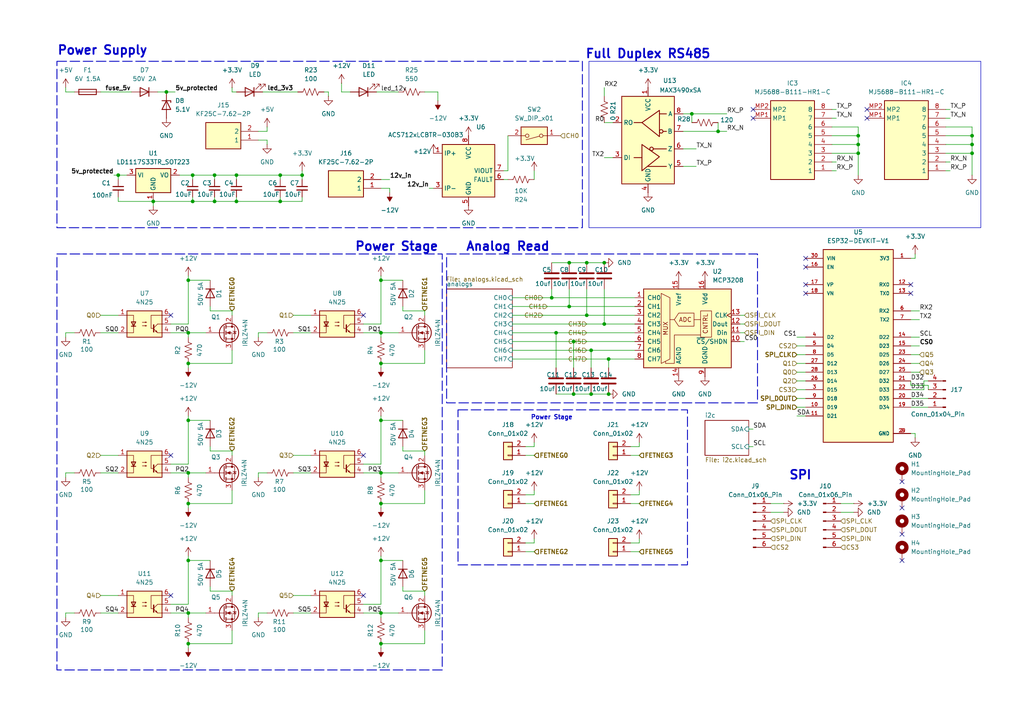
<source format=kicad_sch>
(kicad_sch (version 20231120) (generator "eeschema") (generator_version "8.0")
  (paper "A4")
  (title_block (title "BioReactify Master") (rev "400") (comment 1 "Controller & Measurement Board") (comment 2 "Alexis Saldivar"))
  (junction (at 81.28 50.8))
  (junction (at 81.28 58.42))
  (junction (at 160.02 86.36))
  (junction (at 165.1 88.9))
  (junction (at 87.63 50.8))
  (junction (at 54.61 146.05))
  (junction (at 110.49 96.52))
  (junction (at 248.92 39.37))
  (junction (at 54.61 162.56))
  (junction (at 54.61 105.41))
  (junction (at 176.53 114.3))
  (junction (at 281.94 39.37))
  (junction (at 170.18 76.2))
  (junction (at 44.45 58.42))
  (junction (at 62.23 58.42))
  (junction (at 166.37 114.3))
  (junction (at 281.94 44.45))
  (junction (at 55.88 58.42))
  (junction (at 208.28 38.1))
  (junction (at 34.29 50.8))
  (junction (at 48.26 26.67))
  (junction (at 170.18 91.44))
  (junction (at 110.49 186.69))
  (junction (at 54.61 177.8))
  (junction (at 110.49 146.05))
  (junction (at 200.66 33.02))
  (junction (at 54.61 81.28))
  (junction (at 55.88 50.8))
  (junction (at 165.1 76.2))
  (junction (at 248.92 41.91))
  (junction (at 110.49 81.28))
  (junction (at 54.61 137.16))
  (junction (at 248.92 44.45))
  (junction (at 54.61 186.69))
  (junction (at 110.49 137.16))
  (junction (at 176.53 104.14))
  (junction (at 171.45 101.6))
  (junction (at 62.23 50.8))
  (junction (at 68.58 58.42))
  (junction (at 175.26 93.98))
  (junction (at 110.49 177.8))
  (junction (at 54.61 121.92))
  (junction (at 110.49 105.41))
  (junction (at 161.29 96.52))
  (junction (at 110.49 121.92))
  (junction (at 54.61 96.52))
  (junction (at 171.45 114.3))
  (junction (at 166.37 99.06))
  (junction (at 175.26 76.2))
  (junction (at 281.94 41.91))
  (junction (at 110.49 162.56))
  (junction (at 68.58 50.8))
  (no_connect (at 251.46 31.75))
  (no_connect (at 261.62 147.32))
  (no_connect (at 233.68 74.93))
  (no_connect (at 105.41 91.44))
  (no_connect (at 261.62 139.7))
  (no_connect (at 251.46 34.29))
  (no_connect (at 105.41 132.08))
  (no_connect (at 261.62 162.56))
  (no_connect (at 105.41 172.72))
  (no_connect (at 218.44 31.75))
  (no_connect (at 218.44 34.29))
  (no_connect (at 261.62 154.94))
  (no_connect (at 264.16 85.09))
  (no_connect (at 233.68 82.55))
  (no_connect (at 233.68 85.09))
  (no_connect (at 49.53 172.72))
  (no_connect (at 49.53 132.08))
  (no_connect (at 264.16 82.55))
  (no_connect (at 233.68 77.47))
  (no_connect (at 49.53 91.44))
  (wire (pts (xy 54.61 96.52) (xy 54.61 97.79)))
  (wire (pts (xy 148.59 86.36) (xy 160.02 86.36)))
  (wire (pts (xy 105.41 177.8) (xy 110.49 177.8)))
  (wire (pts (xy 152.4 132.08) (xy 154.94 132.08)))
  (wire (pts (xy 54.61 177.8) (xy 59.69 177.8)))
  (wire (pts (xy 248.92 41.91) (xy 248.92 44.45)))
  (wire (pts (xy 116.84 130.81) (xy 123.19 130.81)))
  (wire (pts (xy 264.16 118.11) (xy 269.24 118.11)))
  (wire (pts (xy 81.28 50.8) (xy 81.28 52.07)))
  (wire (pts (xy 29.21 172.72) (xy 34.29 172.72)))
  (wire (pts (xy 146.05 52.07) (xy 147.32 52.07)))
  (wire (pts (xy 241.3 34.29) (xy 242.57 34.29)))
  (wire (pts (xy 123.19 105.41) (xy 110.49 105.41)))
  (wire (pts (xy 116.84 81.28) (xy 110.49 81.28)))
  (wire (pts (xy 110.49 96.52) (xy 115.57 96.52)))
  (wire (pts (xy 231.14 110.49) (xy 233.68 110.49)))
  (wire (pts (xy 95.25 26.67) (xy 95.25 27.94)))
  (wire (pts (xy 165.1 88.9) (xy 184.15 88.9)))
  (wire (pts (xy 241.3 39.37) (xy 248.92 39.37)))
  (wire (pts (xy 248.92 36.83) (xy 248.92 39.37)))
  (wire (pts (xy 185.42 156.21) (xy 185.42 157.48)))
  (wire (pts (xy 110.49 162.56) (xy 110.49 175.26)))
  (wire (pts (xy 274.32 49.53) (xy 275.59 49.53)))
  (wire (pts (xy 54.61 93.98) (xy 49.53 93.98)))
  (wire (pts (xy 123.19 90.17) (xy 123.19 91.44)))
  (wire (pts (xy 274.32 44.45) (xy 281.94 44.45)))
  (wire (pts (xy 54.61 137.16) (xy 59.69 137.16)))
  (wire (pts (xy 148.59 93.98) (xy 175.26 93.98)))
  (wire (pts (xy 110.49 54.61) (xy 113.03 54.61)))
  (wire (pts (xy 29.21 26.67) (xy 38.1 26.67)))
  (wire (pts (xy 33.02 50.8) (xy 34.29 50.8)))
  (wire (pts (xy 161.29 96.52) (xy 161.29 106.68)))
  (wire (pts (xy 264.16 97.79) (xy 266.7 97.79)))
  (wire (pts (xy 264.16 100.33) (xy 266.7 100.33)))
  (wire (pts (xy 85.09 177.8) (xy 90.17 177.8)))
  (wire (pts (xy 214.63 91.44) (xy 215.9 91.44)))
  (wire (pts (xy 274.32 34.29) (xy 275.59 34.29)))
  (wire (pts (xy 21.59 26.67) (xy 19.05 26.67)))
  (wire (pts (xy 109.22 26.67) (xy 115.57 26.67)))
  (wire (pts (xy 274.32 31.75) (xy 275.59 31.75)))
  (wire (pts (xy 113.03 54.61) (xy 113.03 55.88)))
  (wire (pts (xy 116.84 88.9) (xy 116.84 90.17)))
  (wire (pts (xy 200.66 33.02) (xy 200.66 35.56)))
  (wire (pts (xy 19.05 25.4) (xy 19.05 26.67)))
  (wire (pts (xy 48.26 26.67) (xy 50.8 26.67)))
  (wire (pts (xy 248.92 44.45) (xy 248.92 50.8)))
  (wire (pts (xy 67.31 130.81) (xy 67.31 132.08)))
  (wire (pts (xy 85.09 132.08) (xy 90.17 132.08)))
  (wire (pts (xy 60.96 81.28) (xy 54.61 81.28)))
  (wire (pts (xy 21.59 137.16) (xy 19.05 137.16)))
  (wire (pts (xy 264.16 111.76) (xy 269.24 111.76)))
  (wire (pts (xy 123.19 26.67) (xy 127 26.67)))
  (wire (pts (xy 264.16 125.73) (xy 265.43 125.73)))
  (wire (pts (xy 160.02 83.82) (xy 160.02 86.36)))
  (wire (pts (xy 243.84 148.59) (xy 247.65 148.59)))
  (wire (pts (xy 19.05 137.16) (xy 19.05 138.43)))
  (wire (pts (xy 29.21 132.08) (xy 34.29 132.08)))
  (wire (pts (xy 127 26.67) (xy 127 29.21)))
  (wire (pts (xy 85.09 96.52) (xy 90.17 96.52)))
  (wire (pts (xy 198.12 33.02) (xy 200.66 33.02)))
  (wire (pts (xy 264.16 110.49) (xy 264.16 111.76)))
  (wire (pts (xy 21.59 96.52) (xy 19.05 96.52)))
  (wire (pts (xy 281.94 41.91) (xy 281.94 44.45)))
  (wire (pts (xy 67.31 186.69) (xy 54.61 186.69)))
  (wire (pts (xy 116.84 162.56) (xy 110.49 162.56)))
  (wire (pts (xy 160.02 76.2) (xy 165.1 76.2)))
  (wire (pts (xy 264.16 92.71) (xy 266.7 92.71)))
  (wire (pts (xy 123.19 171.45) (xy 123.19 172.72)))
  (wire (pts (xy 171.45 101.6) (xy 184.15 101.6)))
  (wire (pts (xy 67.31 25.4) (xy 67.31 26.67)))
  (wire (pts (xy 223.52 146.05) (xy 227.33 146.05)))
  (wire (pts (xy 49.53 137.16) (xy 54.61 137.16)))
  (wire (pts (xy 175.26 83.82) (xy 175.26 93.98)))
  (wire (pts (xy 274.32 39.37) (xy 281.94 39.37)))
  (wire (pts (xy 68.58 58.42) (xy 81.28 58.42)))
  (wire (pts (xy 182.88 143.51) (xy 185.42 143.51)))
  (wire (pts (xy 217.17 124.46) (xy 218.44 124.46)))
  (wire (pts (xy 198.12 38.1) (xy 208.28 38.1)))
  (wire (pts (xy 269.24 111.76) (xy 269.24 113.03)))
  (wire (pts (xy 99.06 26.67) (xy 101.6 26.67)))
  (wire (pts (xy 231.14 102.87) (xy 233.68 102.87)))
  (wire (pts (xy 60.96 170.18) (xy 60.96 171.45)))
  (wire (pts (xy 124.46 54.61) (xy 125.73 54.61)))
  (wire (pts (xy 68.58 50.8) (xy 68.58 52.07)))
  (wire (pts (xy 231.14 100.33) (xy 233.68 100.33)))
  (wire (pts (xy 49.53 96.52) (xy 54.61 96.52)))
  (wire (pts (xy 29.21 177.8) (xy 34.29 177.8)))
  (wire (pts (xy 148.59 101.6) (xy 171.45 101.6)))
  (wire (pts (xy 110.49 177.8) (xy 110.49 179.07)))
  (wire (pts (xy 54.61 162.56) (xy 54.61 161.29)))
  (wire (pts (xy 264.16 113.03) (xy 267.97 113.03)))
  (wire (pts (xy 248.92 39.37) (xy 248.92 41.91)))
  (wire (pts (xy 77.47 137.16) (xy 74.93 137.16)))
  (wire (pts (xy 198.12 43.18) (xy 201.93 43.18)))
  (wire (pts (xy 146.05 49.53) (xy 147.32 49.53)))
  (wire (pts (xy 45.72 26.67) (xy 48.26 26.67)))
  (wire (pts (xy 243.84 146.05) (xy 247.65 146.05)))
  (wire (pts (xy 110.49 137.16) (xy 115.57 137.16)))
  (wire (pts (xy 74.93 137.16) (xy 74.93 138.43)))
  (wire (pts (xy 54.61 96.52) (xy 59.69 96.52)))
  (wire (pts (xy 54.61 177.8) (xy 54.61 179.07)))
  (wire (pts (xy 87.63 49.53) (xy 87.63 50.8)))
  (wire (pts (xy 116.84 170.18) (xy 116.84 171.45)))
  (wire (pts (xy 34.29 58.42) (xy 44.45 58.42)))
  (wire (pts (xy 267.97 110.49) (xy 269.24 110.49)))
  (wire (pts (xy 67.31 142.24) (xy 67.31 146.05)))
  (wire (pts (xy 171.45 101.6) (xy 171.45 106.68)))
  (wire (pts (xy 54.61 121.92) (xy 54.61 134.62)))
  (wire (pts (xy 85.09 137.16) (xy 90.17 137.16)))
  (wire (pts (xy 160.02 86.36) (xy 184.15 86.36)))
  (wire (pts (xy 231.14 107.95) (xy 233.68 107.95)))
  (wire (pts (xy 152.4 146.05) (xy 154.94 146.05)))
  (wire (pts (xy 185.42 142.24) (xy 185.42 143.51)))
  (wire (pts (xy 182.88 146.05) (xy 185.42 146.05)))
  (wire (pts (xy 241.3 41.91) (xy 248.92 41.91)))
  (wire (pts (xy 223.52 148.59) (xy 227.33 148.59)))
  (wire (pts (xy 175.26 93.98) (xy 184.15 93.98)))
  (wire (pts (xy 62.23 58.42) (xy 68.58 58.42)))
  (wire (pts (xy 93.98 26.67) (xy 95.25 26.67)))
  (wire (pts (xy 60.96 90.17) (xy 67.31 90.17)))
  (wire (pts (xy 110.49 177.8) (xy 115.57 177.8)))
  (wire (pts (xy 62.23 50.8) (xy 62.23 52.07)))
  (wire (pts (xy 264.16 74.93) (xy 265.43 74.93)))
  (wire (pts (xy 123.19 182.88) (xy 123.19 186.69)))
  (wire (pts (xy 175.26 45.72) (xy 177.8 45.72)))
  (wire (pts (xy 264.16 115.57) (xy 269.24 115.57)))
  (wire (pts (xy 231.14 120.65) (xy 233.68 120.65)))
  (wire (pts (xy 68.58 50.8) (xy 81.28 50.8)))
  (wire (pts (xy 55.88 58.42) (xy 44.45 58.42)))
  (wire (pts (xy 54.61 105.41) (xy 54.61 106.68)))
  (wire (pts (xy 54.61 175.26) (xy 49.53 175.26)))
  (wire (pts (xy 55.88 50.8) (xy 62.23 50.8)))
  (wire (pts (xy 74.93 38.1) (xy 77.47 38.1)))
  (wire (pts (xy 182.88 157.48) (xy 185.42 157.48)))
  (wire (pts (xy 123.19 101.6) (xy 123.19 105.41)))
  (wire (pts (xy 116.84 171.45) (xy 123.19 171.45)))
  (wire (pts (xy 60.96 88.9) (xy 60.96 90.17)))
  (wire (pts (xy 110.49 186.69) (xy 110.49 187.96)))
  (wire (pts (xy 77.47 177.8) (xy 74.93 177.8)))
  (wire (pts (xy 185.42 128.27) (xy 185.42 129.54)))
  (wire (pts (xy 67.31 90.17) (xy 67.31 91.44)))
  (wire (pts (xy 68.58 26.67) (xy 67.31 26.67)))
  (wire (pts (xy 241.3 36.83) (xy 248.92 36.83)))
  (wire (pts (xy 60.96 129.54) (xy 60.96 130.81)))
  (wire (pts (xy 62.23 57.15) (xy 62.23 58.42)))
  (wire (pts (xy 54.61 186.69) (xy 54.61 187.96)))
  (wire (pts (xy 49.53 177.8) (xy 54.61 177.8)))
  (wire (pts (xy 54.61 137.16) (xy 54.61 138.43)))
  (wire (pts (xy 265.43 125.73) (xy 265.43 127)))
  (wire (pts (xy 231.14 115.57) (xy 233.68 115.57)))
  (wire (pts (xy 170.18 83.82) (xy 170.18 91.44)))
  (wire (pts (xy 54.61 81.28) (xy 54.61 93.98)))
  (wire (pts (xy 116.84 90.17) (xy 123.19 90.17)))
  (wire (pts (xy 110.49 146.05) (xy 110.49 147.32)))
  (wire (pts (xy 175.26 35.56) (xy 177.8 35.56)))
  (wire (pts (xy 110.49 121.92) (xy 110.49 120.65)))
  (wire (pts (xy 281.94 44.45) (xy 281.94 50.8)))
  (wire (pts (xy 152.4 129.54) (xy 154.94 129.54)))
  (wire (pts (xy 54.61 134.62) (xy 49.53 134.62)))
  (wire (pts (xy 87.63 50.8) (xy 87.63 52.07)))
  (wire (pts (xy 176.53 104.14) (xy 176.53 106.68)))
  (wire (pts (xy 175.26 25.4) (xy 175.26 27.94)))
  (wire (pts (xy 99.06 24.13) (xy 99.06 26.67)))
  (wire (pts (xy 67.31 182.88) (xy 67.31 186.69)))
  (wire (pts (xy 81.28 50.8) (xy 87.63 50.8)))
  (wire (pts (xy 74.93 177.8) (xy 74.93 179.07)))
  (wire (pts (xy 29.21 137.16) (xy 34.29 137.16)))
  (wire (pts (xy 148.59 99.06) (xy 166.37 99.06)))
  (wire (pts (xy 123.19 186.69) (xy 110.49 186.69)))
  (wire (pts (xy 171.45 114.3) (xy 176.53 114.3)))
  (wire (pts (xy 231.14 118.11) (xy 233.68 118.11)))
  (wire (pts (xy 274.32 41.91) (xy 281.94 41.91)))
  (wire (pts (xy 154.94 128.27) (xy 154.94 129.54)))
  (wire (pts (xy 152.4 157.48) (xy 154.94 157.48)))
  (wire (pts (xy 182.88 160.02) (xy 185.42 160.02)))
  (wire (pts (xy 110.49 175.26) (xy 105.41 175.26)))
  (wire (pts (xy 154.94 156.21) (xy 154.94 157.48)))
  (wire (pts (xy 34.29 57.15) (xy 34.29 58.42)))
  (wire (pts (xy 54.61 146.05) (xy 54.61 147.32)))
  (wire (pts (xy 29.21 91.44) (xy 34.29 91.44)))
  (wire (pts (xy 34.29 50.8) (xy 36.83 50.8)))
  (wire (pts (xy 148.59 96.52) (xy 161.29 96.52)))
  (wire (pts (xy 123.19 130.81) (xy 123.19 132.08)))
  (wire (pts (xy 110.49 137.16) (xy 110.49 138.43)))
  (wire (pts (xy 265.43 73.66) (xy 265.43 74.93)))
  (wire (pts (xy 165.1 83.82) (xy 165.1 88.9)))
  (wire (pts (xy 182.88 129.54) (xy 185.42 129.54)))
  (wire (pts (xy 110.49 105.41) (xy 110.49 106.68)))
  (wire (pts (xy 34.29 50.8) (xy 34.29 52.07)))
  (wire (pts (xy 110.49 121.92) (xy 110.49 134.62)))
  (wire (pts (xy 110.49 162.56) (xy 110.49 161.29)))
  (wire (pts (xy 208.28 35.56) (xy 208.28 38.1)))
  (wire (pts (xy 161.29 96.52) (xy 184.15 96.52)))
  (wire (pts (xy 264.16 105.41) (xy 266.7 105.41)))
  (wire (pts (xy 154.94 142.24) (xy 154.94 143.51)))
  (wire (pts (xy 231.14 113.03) (xy 233.68 113.03)))
  (wire (pts (xy 54.61 81.28) (xy 54.61 80.01)))
  (wire (pts (xy 77.47 40.64) (xy 77.47 41.91)))
  (wire (pts (xy 21.59 177.8) (xy 19.05 177.8)))
  (wire (pts (xy 182.88 132.08) (xy 185.42 132.08)))
  (wire (pts (xy 55.88 50.8) (xy 55.88 52.07)))
  (wire (pts (xy 105.41 137.16) (xy 110.49 137.16)))
  (wire (pts (xy 74.93 40.64) (xy 77.47 40.64)))
  (wire (pts (xy 68.58 57.15) (xy 68.58 58.42)))
  (wire (pts (xy 170.18 91.44) (xy 184.15 91.44)))
  (wire (pts (xy 54.61 121.92) (xy 54.61 120.65)))
  (wire (pts (xy 29.21 96.52) (xy 34.29 96.52)))
  (wire (pts (xy 198.12 48.26) (xy 201.93 48.26)))
  (wire (pts (xy 161.29 114.3) (xy 166.37 114.3)))
  (wire (pts (xy 214.63 93.98) (xy 215.9 93.98)))
  (wire (pts (xy 281.94 36.83) (xy 281.94 39.37)))
  (wire (pts (xy 19.05 177.8) (xy 19.05 179.07)))
  (wire (pts (xy 44.45 58.42) (xy 44.45 59.69)))
  (wire (pts (xy 214.63 96.52) (xy 215.9 96.52)))
  (wire (pts (xy 67.31 146.05) (xy 54.61 146.05)))
  (wire (pts (xy 264.16 107.95) (xy 266.7 107.95)))
  (wire (pts (xy 154.94 49.53) (xy 154.94 52.07)))
  (wire (pts (xy 60.96 162.56) (xy 54.61 162.56)))
  (wire (pts (xy 123.19 146.05) (xy 110.49 146.05)))
  (wire (pts (xy 166.37 114.3) (xy 171.45 114.3)))
  (wire (pts (xy 67.31 171.45) (xy 67.31 172.72)))
  (wire (pts (xy 77.47 38.1) (xy 77.47 36.83)))
  (wire (pts (xy 62.23 50.8) (xy 68.58 50.8)))
  (wire (pts (xy 52.07 50.8) (xy 55.88 50.8)))
  (wire (pts (xy 165.1 76.2) (xy 170.18 76.2)))
  (wire (pts (xy 67.31 105.41) (xy 54.61 105.41)))
  (wire (pts (xy 54.61 162.56) (xy 54.61 175.26)))
  (wire (pts (xy 241.3 49.53) (xy 242.57 49.53)))
  (wire (pts (xy 264.16 102.87) (xy 266.7 102.87)))
  (wire (pts (xy 147.32 49.53) (xy 147.32 39.37)))
  (wire (pts (xy 60.96 121.92) (xy 54.61 121.92)))
  (wire (pts (xy 87.63 58.42) (xy 87.63 57.15)))
  (wire (pts (xy 152.4 143.51) (xy 154.94 143.51)))
  (wire (pts (xy 241.3 46.99) (xy 242.57 46.99)))
  (wire (pts (xy 81.28 57.15) (xy 81.28 58.42)))
  (wire (pts (xy 231.14 105.41) (xy 233.68 105.41)))
  (wire (pts (xy 77.47 96.52) (xy 74.93 96.52)))
  (wire (pts (xy 76.2 26.67) (xy 86.36 26.67)))
  (wire (pts (xy 110.49 52.07) (xy 113.03 52.07)))
  (wire (pts (xy 217.17 129.54) (xy 218.44 129.54)))
  (wire (pts (xy 123.19 142.24) (xy 123.19 146.05)))
  (wire (pts (xy 55.88 57.15) (xy 55.88 58.42)))
  (wire (pts (xy 110.49 96.52) (xy 110.49 97.79)))
  (wire (pts (xy 110.49 134.62) (xy 105.41 134.62)))
  (wire (pts (xy 116.84 121.92) (xy 110.49 121.92)))
  (wire (pts (xy 19.05 96.52) (xy 19.05 97.79)))
  (wire (pts (xy 110.49 81.28) (xy 110.49 80.01)))
  (wire (pts (xy 241.3 44.45) (xy 248.92 44.45)))
  (wire (pts (xy 274.32 46.99) (xy 275.59 46.99)))
  (wire (pts (xy 105.41 96.52) (xy 110.49 96.52)))
  (wire (pts (xy 281.94 39.37) (xy 281.94 41.91)))
  (wire (pts (xy 152.4 160.02) (xy 154.94 160.02)))
  (wire (pts (xy 267.97 113.03) (xy 267.97 110.49)))
  (wire (pts (xy 274.32 36.83) (xy 281.94 36.83)))
  (wire (pts (xy 81.28 58.42) (xy 87.63 58.42)))
  (wire (pts (xy 166.37 99.06) (xy 166.37 106.68)))
  (wire (pts (xy 176.53 104.14) (xy 184.15 104.14)))
  (wire (pts (xy 170.18 76.2) (xy 175.26 76.2)))
  (wire (pts (xy 116.84 129.54) (xy 116.84 130.81)))
  (wire (pts (xy 148.59 91.44) (xy 170.18 91.44)))
  (wire (pts (xy 110.49 81.28) (xy 110.49 93.98)))
  (wire (pts (xy 148.59 104.14) (xy 176.53 104.14)))
  (wire (pts (xy 110.49 93.98) (xy 105.41 93.98)))
  (wire (pts (xy 148.59 88.9) (xy 165.1 88.9)))
  (wire (pts (xy 200.66 33.02) (xy 210.82 33.02)))
  (wire (pts (xy 60.96 171.45) (xy 67.31 171.45)))
  (wire (pts (xy 241.3 31.75) (xy 242.57 31.75)))
  (wire (pts (xy 85.09 91.44) (xy 90.17 91.44)))
  (wire (pts (xy 85.09 172.72) (xy 90.17 172.72)))
  (wire (pts (xy 214.63 99.06) (xy 215.9 99.06)))
  (wire (pts (xy 231.14 97.79) (xy 233.68 97.79)))
  (wire (pts (xy 166.37 99.06) (xy 184.15 99.06)))
  (wire (pts (xy 208.28 38.1) (xy 210.82 38.1)))
  (wire (pts (xy 55.88 58.42) (xy 62.23 58.42)))
  (wire (pts (xy 264.16 90.17) (xy 266.7 90.17)))
  (wire (pts (xy 74.93 96.52) (xy 74.93 97.79)))
  (wire (pts (xy 67.31 101.6) (xy 67.31 105.41)))
  (wire (pts (xy 60.96 130.81) (xy 67.31 130.81)))
  (rectangle (start 129.54 73.66) (end 219.71 116.84) (stroke (width 0.254) (type dash)))
  (rectangle (start 170.815 17.78) (end 284.48 66.04))
  (rectangle (start 16.51 17.78) (end 168.91 66.04) (stroke (width 0.254) (type dash)))
  (rectangle (start 16.51 73.66) (end 128.27 194.31) (stroke (width 0.254) (type dash)))
  (rectangle (start 132.842 118.872) (end 199.39 163.83) (stroke (width 0.254) (type dash)))
  (text "Power Supply" (at 29.718 14.732 0) (effects (font (size 2.54 2.54) (bold yes))))
  (text "Power Stage" (at 160.02 121.158 0) (effects (font (size 1.27 1.27) (bold yes))))
  (text "Power Stage" (at 115.062 71.628 0) (effects (font (size 2.54 2.54) (thickness 0.508) (bold yes))))
  (text "Analog Read" (at 147.32 71.628 0) (effects (font (size 2.54 2.54) (thickness 0.508) (bold yes))))
  (text "Full Duplex RS485" (at 187.96 15.748 0) (effects (font (size 2.54 2.54) (thickness 0.508) (bold yes))))
  (text "SPI" (at 232.156 137.922 0) (effects (font (size 2.54 2.54) (bold yes))))
  (label "CS0" (at 215.9 99.06 0))
  (label "RX_N" (at 242.57 46.99 0))
  (label "PQ2" (at 50.8 137.16 0))
  (label "SQ5" (at 86.36 177.8 0))
  (label "PQ3" (at 106.68 137.16 0))
  (label "RX_N" (at 275.59 46.99 0))
  (label "TX_N" (at 242.57 34.29 0))
  (label "PQ1" (at 106.68 96.52 0))
  (label "RX2" (at 266.7 90.17 0))
  (label "TX_N" (at 275.59 34.29 0))
  (label "D33" (at 264.16 113.03 0))
  (label "led_3v3" (at 85.09 26.67 180) (effects (font (bold yes))))
  (label "PQ0" (at 50.8 96.52 0))
  (label "RX_N" (at 210.82 38.1 0))
  (label "RX2" (at 175.26 25.4 0))
  (label "TX_P" (at 242.57 31.75 0))
  (label "SQ2" (at 30.48 137.16 0))
  (label "led_12v" (at 110.49 26.67 0))
  (label "TX_P" (at 275.59 31.75 0))
  (label "R0" (at 175.26 35.56 180))
  (label "SQ4" (at 30.48 177.8 0))
  (label "RX_P" (at 242.57 49.53 0))
  (label "SQ3" (at 86.36 137.16 0))
  (label "12v_in" (at 113.03 52.07 0) (effects (font (bold yes))))
  (label "SQ0" (at 30.48 96.52 0))
  (label "RX_P" (at 275.59 49.53 0))
  (label "SQ1" (at 86.36 96.52 0))
  (label "12v_in" (at 124.46 54.61 180) (effects (font (bold yes))))
  (label "TX2" (at 175.26 45.72 180))
  (label "D32" (at 264.16 110.49 0))
  (label "TX_P" (at 201.93 48.26 0))
  (label "TX_N" (at 201.93 43.18 0))
  (label "SDA" (at 231.14 120.65 0))
  (label "RX_P" (at 210.82 33.02 0))
  (label "5v_protected" (at 33.02 50.8 180) (effects (font (bold yes))))
  (label "5v_protected" (at 50.8 26.67 0) (effects (font (bold yes))))
  (label "SDA" (at 218.44 124.46 0))
  (label "fuse_5v" (at 30.48 26.67 0) (effects (font (bold yes))))
  (label "TX2" (at 266.7 92.71 0))
  (label "D35" (at 264.16 118.11 0))
  (label "D34" (at 264.16 115.57 0))
  (label "CS1" (at 231.14 97.79 180))
  (label "CS0" (at 266.7 100.33 0) (effects (font (bold yes))))
  (label "SCL" (at 218.44 129.54 0))
  (label "SCL" (at 266.7 97.79 0))
  (label "PQ4" (at 50.8 177.8 0))
  (label "PQ5" (at 106.68 177.8 0))
  (hierarchical_label "Q5" (shape input) (at 85.09 172.72 180))
  (hierarchical_label "FETNEG3" (shape input) (at 123.19 130.81 90) (effects (font (bold yes))))
  (hierarchical_label "CS3" (shape input) (at 231.14 113.03 180))
  (hierarchical_label "Q3" (shape input) (at 266.7 107.95 0))
  (hierarchical_label "Q2" (shape input) (at 231.14 110.49 180))
  (hierarchical_label "SPI_DIN" (shape input) (at 223.52 156.21 0))
  (hierarchical_label "FETNEG3" (shape input) (at 185.42 132.08 0) (effects (font (bold yes))))
  (hierarchical_label "CS2" (shape input) (at 231.14 100.33 180))
  (hierarchical_label "SPI_CLK" (shape input) (at 223.52 151.13 0))
  (hierarchical_label "CS2" (shape input) (at 223.52 158.75 0))
  (hierarchical_label "Q0" (shape input) (at 29.21 91.44 180))
  (hierarchical_label "SPI_DOUT" (shape input) (at 223.52 153.67 0))
  (hierarchical_label "SPI_DIN" (shape input) (at 215.9 96.52 0))
  (hierarchical_label "SPI_CLK" (shape input) (at 243.84 151.13 0))
  (hierarchical_label "Q1" (shape input) (at 231.14 105.41 180))
  (hierarchical_label "FETNEG0" (shape input) (at 67.31 90.17 90) (effects (font (bold yes))))
  (hierarchical_label "CH0" (shape input) (at 162.56 39.37 0))
  (hierarchical_label "Q0" (shape input) (at 231.14 107.95 180))
  (hierarchical_label "Q4" (shape input) (at 266.7 105.41 0))
  (hierarchical_label "FETNEG4" (shape input) (at 185.42 146.05 0) (effects (font (bold yes))))
  (hierarchical_label "SPI_DIN" (shape input) (at 231.14 118.11 180) (effects (font (bold yes))))
  (hierarchical_label "SPI_DIN" (shape input) (at 243.84 156.21 0))
  (hierarchical_label "CH7" (shape input) (at 170.18 104.14 180))
  (hierarchical_label "CH1" (shape input) (at 158.75 88.9 180))
  (hierarchical_label "CH6" (shape input) (at 170.18 101.6 180))
  (hierarchical_label "CH0" (shape input) (at 157.48 86.36 180))
  (hierarchical_label "FETNEG0" (shape input) (at 154.94 132.08 0) (effects (font (bold yes))))
  (hierarchical_label "FETNEG1" (shape input) (at 154.94 146.05 0) (effects (font (bold yes))))
  (hierarchical_label "Q5" (shape input) (at 266.7 102.87 0))
  (hierarchical_label "SPI_CLK" (shape input) (at 215.9 91.44 0))
  (hierarchical_label "CH5" (shape input) (at 170.18 99.06 180))
  (hierarchical_label "Q4" (shape input) (at 29.21 172.72 180))
  (hierarchical_label "FETNEG2" (shape input) (at 154.94 160.02 0) (effects (font (bold yes))))
  (hierarchical_label "Q2" (shape input) (at 29.21 132.08 180))
  (hierarchical_label "Q3" (shape input) (at 85.09 132.08 180))
  (hierarchical_label "Q1" (shape input) (at 85.09 91.44 180))
  (hierarchical_label "CH2" (shape input) (at 157.48 91.44 180))
  (hierarchical_label "SPI_CLK" (shape input) (at 231.14 102.87 180) (effects (font (bold yes))))
  (hierarchical_label "FETNEG1" (shape input) (at 123.19 90.17 90) (effects (font (bold yes))))
  (hierarchical_label "SPI_DOUT" (shape input) (at 243.84 153.67 0))
  (hierarchical_label "FETNEG5" (shape input) (at 185.42 160.02 0) (effects (font (bold yes))))
  (hierarchical_label "FETNEG5" (shape input) (at 123.19 171.45 90) (effects (font (bold yes))))
  (hierarchical_label "SPI_DOUT" (shape input) (at 215.9 93.98 0))
  (hierarchical_label "SPI_DOUT" (shape input) (at 231.14 115.57 180) (effects (font (bold yes))))
  (hierarchical_label "CS3" (shape input) (at 243.84 158.75 0))
  (hierarchical_label "FETNEG2" (shape input) (at 67.31 130.81 90) (effects (font (bold yes))))
  (hierarchical_label "CH4" (shape input) (at 170.18 96.52 180))
  (hierarchical_label "CH3" (shape input) (at 170.18 93.98 180))
  (hierarchical_label "FETNEG4" (shape input) (at 67.31 171.45 90) (effects (font (bold yes))))
  (symbol (lib_id "power:GND") (at 44.45 59.69 0) (unit 1)
    (property "Reference" "#PWR031" (effects (hide yes)))
    (property "Value" "GND" (at 44.45 64.77 0))
    (property "Description" "Power symbol creates a global label with name \"GND\" , ground" (effects (hide yes)))
  )
  (symbol (lib_id "power:GND") (at 74.93 97.79 0) (unit 1)
    (property "Reference" "#PWR04" (effects (hide yes)))
    (property "Value" "GND" (at 74.93 102.87 0))
    (property "Description" "Power symbol creates a global label with name \"GND\" , ground" (effects (hide yes)))
  )
  (symbol (lib_id "power:GND") (at 74.93 179.07 0) (unit 1)
    (property "Reference" "#PWR016" (effects (hide yes)))
    (property "Value" "GND" (at 74.93 184.15 0))
    (property "Description" "Power symbol creates a global label with name \"GND\" , ground" (effects (hide yes)))
  )
  (symbol (lib_id "power:+12V") (at 54.61 161.29 0) (unit 1)
    (property "Reference" "#PWR014" (effects (hide yes)))
    (property "Value" "+12V" (at 54.61 156.21 0))
    (property "Description" "Power symbol creates a global label with name \"+12V\"" (effects (hide yes)))
  )
  (symbol (lib_id "power:GND") (at 281.94 50.8 0) (unit 1)
    (property "Reference" "#PWR034" (effects (hide yes)))
    (property "Value" "GND" (at 281.94 55.88 0))
    (property "Description" "Power symbol creates a global label with name \"GND\" , ground" (effects (hide yes)))
  )
  (symbol (lib_id "power:+3.3V") (at 154.94 49.53 0) (unit 1)
    (property "Reference" "#PWR045" (effects (hide yes)))
    (property "Value" "+3.3V" (at 152.146 45.974 0))
    (property "Description" "Power symbol creates a global label with name \"+3.3V\"" (effects (hide yes)))
  )
  (symbol (lib_id "power:+5V") (at 19.05 25.4 0) (unit 1)
    (property "Reference" "#PWR038" (effects (hide yes)))
    (property "Value" "+5V" (at 19.05 20.32 0))
    (property "Description" "Power symbol creates a global label with name \"+5V\"" (effects (hide yes)))
  )
  (symbol (lib_id "Interface_UART:MAX3490xSA") (at 187.96 40.64 0) (unit 1)
    (property "Reference" "U13" (at 192.278 23.368 0) (effects (justify left)))
    (property "Value" "MAX3490xSA" (at 191.262 26.162 0) (effects (justify left)))
    (property "Footprint" "Package_SO:SOIC-8_3.9x4.9mm_P1.27mm" (effects (hide yes)))
    (property "Datasheet" "https://www.analog.com/media/en/technical-documentation/data-sheets/MAX3483-MAX3491.pdf" (effects (hide yes)))
    (property "Description" "Full duplex RS-485/RS-422, 10Mbps, slew-rate limited, no low-power shutdown, no with receiver/driver enable, 32 receiver drive capability, SOIC-8" (effects (hide yes)))
  )
  (symbol (lib_id "Device:LED") (at 105.41 26.67 180) (unit 1)
    (property "Reference" "D11" (at 106.9975 19.05 0))
    (property "Value" "LED" (at 106.9975 21.59 0))
    (property "Footprint" "LED_SMD:LED_0805_2012Metric" (effects (hide yes)))
    (property "Description" "Light emitting diode" (effects (hide yes)))
  )
  (symbol (lib_id "Device:D") (at 60.96 166.37 270) (unit 1)
    (property "Reference" "D5" (at 63.5 165.0999 0) (effects (justify left)))
    (property "Value" "50V 5A" (at 58.166 163.068 0) (effects (justify left)))
    (property "Footprint" "Diode_SMD:D_SMA" (effects (hide yes)))
    (property "Description" "SBR10U200P5-13" (effects (hide yes)))
    (property "Sim.Device" "D" (effects (hide yes)))
    (property "Sim.Pins" "1=K 2=A" (effects (hide yes)))
  )
  (symbol (lib_id "Connector_Generic:Conn_01x02") (at 177.8 160.02 180) (unit 1)
    (property "Reference" "J23" (at 177.8 151.13 0))
    (property "Value" "Conn_01x02" (at 177.8 153.67 0))
    (property "Footprint" "Connector_Phoenix_MC:PhoenixContact_MC_1,5_2-G-3.81_1x02_P3.81mm_Horizontal" (effects (hide yes)))
    (property "Description" "Generic connector, single row, 01x02, script generated (kicad-library-utils/schlib/autogen/connector/)" (effects (hide yes)))
  )
  (symbol (lib_id "ESP32-DEVKIT-V1:ESP32-DEVKIT-V1") (at 248.92 100.33 0) (unit 1)
    (property "Reference" "U5" (at 248.92 67.31 0))
    (property "Value" "ESP32-DEVKIT-V1" (at 248.92 69.85 0))
    (property "Footprint" "other:MODULE_ESP32_DEVKIT_V1" (effects (hide yes)))
  )
  (symbol (lib_id "power:+3.3V") (at 247.65 146.05 270) (unit 1)
    (property "Reference" "#PWR061" (effects (hide yes)))
    (property "Value" "+3.3V" (at 251.46 146.0499 90) (effects (justify left)))
    (property "Description" "Power symbol creates a global label with name \"+3.3V\"" (effects (hide yes)))
  )
  (symbol (lib_id "power:GND") (at 204.47 109.22 0) (unit 1)
    (property "Reference" "#PWR028" (effects (hide yes)))
    (property "Value" "GND" (at 204.47 114.3 0))
    (property "Description" "Power symbol creates a global label with name \"GND\" , ground" (effects (hide yes)))
  )
  (symbol (lib_id "power:+3.3V") (at 67.31 25.4 0) (unit 1)
    (property "Reference" "#PWR041" (effects (hide yes)))
    (property "Value" "+3.3V" (at 67.31 20.32 0))
    (property "Description" "Power symbol creates a global label with name \"+3.3V\"" (effects (hide yes)))
  )
  (symbol (lib_id "Device:C") (at 160.02 80.01 0) (unit 1)
    (property "Reference" "C5" (at 157.226 78.232 0) (effects (justify left)))
    (property "Value" "10uf" (at 155.194 82.296 0) (effects (justify left)))
    (property "Footprint" "Capacitor_SMD:C_0603_1608Metric" (effects (hide yes)))
    (property "Description" "Unpolarized capacitor" (effects (hide yes)))
  )
  (symbol (lib_id "Connector_Generic:Conn_01x02") (at 147.32 132.08 180) (unit 1)
    (property "Reference" "J18" (at 147.32 123.19 0))
    (property "Value" "Conn_01x02" (at 147.32 125.73 0))
    (property "Footprint" "Connector_Phoenix_MC:PhoenixContact_MC_1,5_2-G-3.81_1x02_P3.81mm_Horizontal" (effects (hide yes)))
    (property "Description" "Generic connector, single row, 01x02, script generated (kicad-library-utils/schlib/autogen/connector/)" (effects (hide yes)))
  )
  (symbol (lib_id "Device:Fuse") (at 25.4 26.67 90) (unit 1)
    (property "Reference" "F1" (at 25.4 20.32 90))
    (property "Value" "6V 1.5A" (at 25.4 22.86 90))
    (property "Footprint" "Fuse:Fuse_1206_3216Metric" (effects (hide yes)))
    (property "Description" "Fuse" (effects (hide yes)))
  )
  (symbol (lib_id "power:GND") (at 48.26 34.29 0) (unit 1)
    (property "Reference" "#PWR039" (effects (hide yes)))
    (property "Value" "GND" (at 48.26 39.37 0))
    (property "Description" "Power symbol creates a global label with name \"GND\" , ground" (effects (hide yes)))
  )
  (symbol (lib_id "Device:R_US") (at 54.61 182.88 0) (unit 1)
    (property "Reference" "R10" (at 51.562 182.88 90))
    (property "Value" "470" (at 57.912 182.88 90))
    (property "Footprint" "Resistor_SMD:R_0805_2012Metric" (effects (hide yes)))
    (property "Description" "Resistor, US symbol" (effects (hide yes)))
  )
  (symbol (lib_id "power:+12V") (at 185.42 142.24 0) (unit 1)
    (property "Reference" "#PWR073" (effects (hide yes)))
    (property "Value" "+12V" (at 185.42 137.16 0))
    (property "Description" "Power symbol creates a global label with name \"+12V\"" (effects (hide yes)))
  )
  (symbol (lib_id "power:+3.3V") (at 87.63 49.53 0) (unit 1)
    (property "Reference" "#PWR032" (effects (hide yes)))
    (property "Value" "+3.3V" (at 87.63 44.45 0))
    (property "Description" "Power symbol creates a global label with name \"+3.3V\"" (effects (hide yes)))
  )
  (symbol (lib_id "SamacSys_Parts:MJ5688-B111-HR1-C") (at 251.46 31.75 0) (unit 1)
    (property "Reference" "IC4" (at 262.89 24.13 0))
    (property "Value" "MJ5688-B111-HR1-C" (at 262.89 26.67 0))
    (property "Footprint" "SamacSys_Parts:MJ5688B111HR1C" (effects (hide yes)))
    (property "Datasheet" "https://datasheet.lcsc.com/lcsc/2003281412_Heling-MJ5688-B111-HR1-C_C501471.pdf" (effects (hide yes)))
    (property "Description" "RJ45 RJReceptacle 1 Yes Surface Mount Without LED -40~+80 SMD Ethernet Connectors/Modular Connectors (RJ45 RJ11) ROHS" (effects (hide yes)))
    (property "Height" "13.8" (effects (hide yes)))
    (property "Manufacturer_Name" "Heling" (effects (hide yes)))
    (property "Manufacturer_Part_Number" "MJ5688-B111-HR1-C" (effects (hide yes)))
  )
  (symbol (lib_id "power:+12V") (at 185.42 128.27 0) (unit 1)
    (property "Reference" "#PWR072" (effects (hide yes)))
    (property "Value" "+12V" (at 185.42 123.19 0))
    (property "Description" "Power symbol creates a global label with name \"+12V\"" (effects (hide yes)))
  )
  (symbol (lib_id "Device:D") (at 60.96 125.73 270) (unit 1)
    (property "Reference" "D3" (at 63.5 124.4599 0) (effects (justify left)))
    (property "Value" "50V 5A" (at 58.166 122.428 0) (effects (justify left)))
    (property "Footprint" "Diode_SMD:D_SMA" (effects (hide yes)))
    (property "Description" "SBR10U200P5-13" (effects (hide yes)))
    (property "Sim.Device" "D" (effects (hide yes)))
    (property "Sim.Pins" "1=K 2=A" (effects (hide yes)))
  )
  (symbol (lib_id "power:-12V") (at 54.61 147.32 180) (unit 1)
    (property "Reference" "#PWR09" (effects (hide yes)))
    (property "Value" "-12V" (at 54.61 152.4 0))
    (property "Description" "Power symbol creates a global label with name \"-12V\"" (effects (hide yes)))
  )
  (symbol (lib_id "Connector_Generic:Conn_01x02") (at 177.8 132.08 180) (unit 1)
    (property "Reference" "J21" (at 177.8 123.19 0))
    (property "Value" "Conn_01x02" (at 177.8 125.73 0))
    (property "Footprint" "Connector_Phoenix_MC:PhoenixContact_MC_1,5_2-G-3.81_1x02_P3.81mm_Horizontal" (effects (hide yes)))
    (property "Description" "Generic connector, single row, 01x02, script generated (kicad-library-utils/schlib/autogen/connector/)" (effects (hide yes)))
  )
  (symbol (lib_id "Device:R_US") (at 25.4 137.16 270) (unit 1)
    (property "Reference" "R5" (at 25.146 139.7 90))
    (property "Value" "100" (at 25.146 141.986 90))
    (property "Footprint" "Resistor_SMD:R_0805_2012Metric" (effects (hide yes)))
    (property "Description" "Resistor, US symbol" (effects (hide yes)))
  )
  (symbol (lib_id "Connector:Conn_01x06_Pin") (at 238.76 151.13 0) (unit 1)
    (property "Reference" "J10" (at 239.395 140.97 0))
    (property "Value" "Conn_01x06_Pin" (at 239.395 143.51 0))
    (property "Footprint" "Connector_PinHeader_2.54mm:PinHeader_1x06_P2.54mm_Vertical" (effects (hide yes)))
    (property "Description" "Generic connector, single row, 01x06, script generated" (effects (hide yes)))
  )
  (symbol (lib_id "Device:C_Small") (at 34.29 54.61 0) (unit 1)
    (property "Reference" "C1" (at 29.464 53.086 0) (effects (justify left)))
    (property "Value" "100nF" (at 26.67 56.642 0) (effects (justify left)))
    (property "Footprint" "Capacitor_SMD:C_0805_2012Metric" (effects (hide yes)))
    (property "Description" "Unpolarized capacitor, small symbol" (effects (hide yes)))
  )
  (symbol (lib_id "Device:R_US") (at 81.28 177.8 270) (unit 1)
    (property "Reference" "R11" (at 81.026 180.34 90))
    (property "Value" "100" (at 81.026 182.626 90))
    (property "Footprint" "Resistor_SMD:R_0805_2012Metric" (effects (hide yes)))
    (property "Description" "Resistor, US symbol" (effects (hide yes)))
  )
  (symbol (lib_id "power:GND") (at 19.05 97.79 0) (unit 1)
    (property "Reference" "#PWR03" (effects (hide yes)))
    (property "Value" "GND" (at 19.05 102.87 0))
    (property "Description" "Power symbol creates a global label with name \"GND\" , ground" (effects (hide yes)))
  )
  (symbol (lib_id "Isolator:4N25") (at 97.79 175.26 0) (unit 1)
    (property "Reference" "U12" (at 97.79 166.37 0))
    (property "Value" "4N25" (at 97.79 168.91 0))
    (property "Footprint" "Package_DIP:DIP-6_W7.62mm_Socket" (effects (hide yes)))
    (property "Datasheet" "https://www.vishay.com/docs/83725/4n25.pdf" (effects (hide yes)))
    (property "Description" "DC Optocoupler Base Connected, Vce 30V, CTR 20%, Viso 2500V, DIP6" (effects (hide yes)))
  )
  (symbol (lib_id "Device:R_US") (at 25.4 177.8 270) (unit 1)
    (property "Reference" "R9" (at 25.146 180.34 90))
    (property "Value" "100" (at 25.146 182.626 90))
    (property "Footprint" "Resistor_SMD:R_0805_2012Metric" (effects (hide yes)))
    (property "Description" "Resistor, US symbol" (effects (hide yes)))
  )
  (symbol (lib_id "power:+3.3V") (at 227.33 146.05 270) (unit 1)
    (property "Reference" "#PWR060" (effects (hide yes)))
    (property "Value" "+3.3V" (at 231.14 146.0499 90) (effects (justify left)))
    (property "Description" "Power symbol creates a global label with name \"+3.3V\"" (effects (hide yes)))
  )
  (symbol (lib_id "Device:C") (at 175.26 80.01 0) (unit 1)
    (property "Reference" "C10" (at 172.466 78.232 0) (effects (justify left)))
    (property "Value" "10uf" (at 170.434 82.296 0) (effects (justify left)))
    (property "Footprint" "Capacitor_SMD:C_0603_1608Metric" (effects (hide yes)))
    (property "Description" "Unpolarized capacitor" (effects (hide yes)))
  )
  (symbol (lib_id "power:+12V") (at 154.94 128.27 0) (unit 1)
    (property "Reference" "#PWR069" (effects (hide yes)))
    (property "Value" "+12V" (at 154.94 123.19 0))
    (property "Description" "Power symbol creates a global label with name \"+12V\"" (effects (hide yes)))
  )
  (symbol (lib_id "Analog_ADC:MCP3208") (at 199.39 93.98 0) (unit 1)
    (property "Reference" "U2" (at 206.6641 78.74 0) (effects (justify left)))
    (property "Value" "MCP3208" (at 206.6641 81.28 0) (effects (justify left)))
    (property "Footprint" "Package_DIP:DIP-16_W7.62mm_Socket" (effects (hide yes)))
    (property "Datasheet" "http://ww1.microchip.com/downloads/en/DeviceDoc/21298c.pdf" (effects (hide yes)))
    (property "Description" "A/D Converter, 12-Bit, 8-Channel, SPI Interface , 2.7V-5.5V" (effects (hide yes)))
  )
  (symbol (lib_id "power:+3.3V") (at 196.85 81.28 0) (unit 1)
    (property "Reference" "#PWR029" (effects (hide yes)))
    (property "Value" "+3.3V" (at 196.85 76.2 0))
    (property "Description" "Power symbol creates a global label with name \"+3.3V\"" (effects (hide yes)))
  )
  (symbol (lib_id "Device:D") (at 60.96 85.09 270) (unit 1)
    (property "Reference" "D1" (at 63.5 83.8199 0) (effects (justify left)))
    (property "Value" "50V 5A" (at 58.166 81.788 0) (effects (justify left)))
    (property "Footprint" "Diode_SMD:D_SMA" (effects (hide yes)))
    (property "Description" "SBR10U200P5-13" (effects (hide yes)))
    (property "Sim.Device" "D" (effects (hide yes)))
    (property "Sim.Pins" "1=K 2=A" (effects (hide yes)))
  )
  (symbol (lib_id "SamacSys_Parts:KF25C-7.62-2P") (at 110.49 54.61 180) (unit 1)
    (property "Reference" "J16" (at 100.33 44.45 0))
    (property "Value" "KF25C-7.62-2P" (at 100.33 46.99 0))
    (property "Footprint" "SamacSys_Parts:KF25C7622P" (effects (hide yes)))
    (property "Datasheet" "https://datasheet.lcsc.com/lcsc/2007211836_Cixi-Kefa-Elec-KF25C-7-62-2P_C707361.pdf" (effects (hide yes)))
    (property "Description" "Manufacturer 	Cixi Kefa Elec Mfr. Part # 	KF25C-7.62-2P LCSC Part # 	C707361 Package 	Straight,P=7.62mm Customer # 	  Datasheet 	 Cixi Kefa Elec KF25C-7.62-2P EasyEDA 	 Description 	24A -40~+105 250V Black Midfoot Double - Walled(Double) 12~22 Straight pin 2 1 7.62mm 2.5 Straight,P=7.62mm Barrier Terminal Blocks ROHS" (effects (hide yes)))
    (property "Height" "14.9" (effects (hide yes)))
    (property "Manufacturer_Name" "KEFA" (effects (hide yes)))
    (property "Manufacturer_Part_Number" "KF25C-7.62-2P" (effects (hide yes)))
  )
  (symbol (lib_id "Device:D") (at 116.84 166.37 270) (unit 1)
    (property "Reference" "D6" (at 119.38 165.0999 0) (effects (justify left)))
    (property "Value" "50V 5A" (at 114.046 163.068 0) (effects (justify left)))
    (property "Footprint" "Diode_SMD:D_SMA" (effects (hide yes)))
    (property "Description" "SBR10U200P5-13" (effects (hide yes)))
    (property "Sim.Device" "D" (effects (hide yes)))
    (property "Sim.Pins" "1=K 2=A" (effects (hide yes)))
  )
  (symbol (lib_id "power:GND") (at 176.53 114.3 90) (unit 1)
    (property "Reference" "#PWR085" (effects (hide yes)))
    (property "Value" "GND" (at 180.34 114.2999 90) (effects (justify right)))
    (property "Description" "Power symbol creates a global label with name \"GND\" , ground" (effects (hide yes)))
  )
  (symbol (lib_id "Transistor_FET:IRLZ44N") (at 64.77 137.16 0) (unit 1)
    (property "Reference" "Q3" (at 61.214 132.588 0) (effects (justify left)))
    (property "Value" "IRLZ44N" (at 70.866 141.224 90) (effects (justify left)))
    (property "Footprint" "Package_TO_SOT_THT:TO-220-3_Vertical" (effects (hide yes)))
    (property "Datasheet" "http://www.irf.com/product-info/datasheets/data/irlz44n.pdf" (effects (hide yes)))
    (property "Description" "47A Id, 55V Vds, 22mOhm Rds Single N-Channel HEXFET Power MOSFET, TO-220AB" (effects (hide yes)))
  )
  (symbol (lib_id "Device:R_US") (at 25.4 96.52 270) (unit 1)
    (property "Reference" "R1" (at 25.146 99.06 90))
    (property "Value" "100" (at 25.146 101.346 90))
    (property "Footprint" "Resistor_SMD:R_0805_2012Metric" (effects (hide yes)))
    (property "Description" "Resistor, US symbol" (effects (hide yes)))
  )
  (symbol (lib_id "Device:R_US") (at 90.17 26.67 270) (unit 1)
    (property "Reference" "R23" (at 90.17 20.32 90))
    (property "Value" "100" (at 90.17 22.86 90))
    (property "Footprint" "Resistor_SMD:R_0805_2012Metric" (effects (hide yes)))
    (property "Description" "Resistor, US symbol" (effects (hide yes)))
  )
  (symbol (lib_id "Device:R_US") (at 54.61 142.24 0) (unit 1)
    (property "Reference" "R6" (at 51.562 142.24 90))
    (property "Value" "470" (at 57.912 142.24 90))
    (property "Footprint" "Resistor_SMD:R_0805_2012Metric" (effects (hide yes)))
    (property "Description" "Resistor, US symbol" (effects (hide yes)))
  )
  (symbol (lib_id "Mechanical:MountingHole_Pad") (at 261.62 152.4 0) (unit 1)
    (property "Reference" "H3" (at 264.16 149.8599 0) (effects (justify left)))
    (property "Value" "MountingHole_Pad" (at 264.16 152.3999 0) (effects (justify left)))
    (property "Footprint" "MountingHole:MountingHole_3.2mm_M3_ISO7380_Pad" (effects (hide yes)))
    (property "Description" "Mounting Hole with connection" (effects (hide yes)))
  )
  (symbol (lib_id "Connector_Generic:Conn_01x02") (at 177.8 146.05 180) (unit 1)
    (property "Reference" "J22" (at 177.8 137.16 0))
    (property "Value" "Conn_01x02" (at 177.8 139.7 0))
    (property "Footprint" "Connector_Phoenix_MC:PhoenixContact_MC_1,5_2-G-3.81_1x02_P3.81mm_Horizontal" (effects (hide yes)))
    (property "Description" "Generic connector, single row, 01x02, script generated (kicad-library-utils/schlib/autogen/connector/)" (effects (hide yes)))
  )
  (symbol (lib_id "Device:C") (at 165.1 80.01 0) (unit 1)
    (property "Reference" "C8" (at 162.306 78.232 0) (effects (justify left)))
    (property "Value" "10uf" (at 160.274 82.296 0) (effects (justify left)))
    (property "Footprint" "Capacitor_SMD:C_0603_1608Metric" (effects (hide yes)))
    (property "Description" "Unpolarized capacitor" (effects (hide yes)))
  )
  (symbol (lib_id "power:+12V") (at 54.61 80.01 0) (unit 1)
    (property "Reference" "#PWR01" (effects (hide yes)))
    (property "Value" "+12V" (at 54.61 74.93 0))
    (property "Description" "Power symbol creates a global label with name \"+12V\"" (effects (hide yes)))
  )
  (symbol (lib_id "power:GND") (at 135.89 59.69 0) (unit 1)
    (property "Reference" "#PWR047" (effects (hide yes)))
    (property "Value" "GND" (at 135.89 64.77 0))
    (property "Description" "Power symbol creates a global label with name \"GND\" , ground" (effects (hide yes)))
  )
  (symbol (lib_id "power:GND") (at 19.05 179.07 0) (unit 1)
    (property "Reference" "#PWR013" (effects (hide yes)))
    (property "Value" "GND" (at 19.05 184.15 0))
    (property "Description" "Power symbol creates a global label with name \"GND\" , ground" (effects (hide yes)))
  )
  (symbol (lib_id "Device:C_Small") (at 62.23 54.61 0) (unit 1)
    (property "Reference" "C3" (at 58.674 53.086 0) (effects (justify left)))
    (property "Value" "10uF" (at 57.15 56.388 0) (effects (justify left)))
    (property "Footprint" "Capacitor_SMD:C_0805_2012Metric" (effects (hide yes)))
    (property "Description" "Unpolarized capacitor, small symbol" (effects (hide yes)))
  )
  (symbol (lib_id "Device:C_Small") (at 81.28 54.61 0) (unit 1)
    (property "Reference" "C6" (at 77.724 53.086 0) (effects (justify left)))
    (property "Value" "10uF" (at 76.2 56.388 0) (effects (justify left)))
    (property "Footprint" "Capacitor_SMD:C_0805_2012Metric" (effects (hide yes)))
    (property "Description" "Unpolarized capacitor, small symbol" (effects (hide yes)))
  )
  (symbol (lib_id "power:+12V") (at 110.49 161.29 0) (unit 1)
    (property "Reference" "#PWR017" (effects (hide yes)))
    (property "Value" "+12V" (at 110.49 156.21 0))
    (property "Description" "Power symbol creates a global label with name \"+12V\"" (effects (hide yes)))
  )
  (symbol (lib_id "power:+12V") (at 154.94 156.21 0) (unit 1)
    (property "Reference" "#PWR071" (effects (hide yes)))
    (property "Value" "+12V" (at 154.94 151.13 0))
    (property "Description" "Power symbol creates a global label with name \"+12V\"" (effects (hide yes)))
  )
  (symbol (lib_id "Mechanical:MountingHole_Pad") (at 261.62 137.16 0) (unit 1)
    (property "Reference" "H1" (at 264.16 134.6199 0) (effects (justify left)))
    (property "Value" "MountingHole_Pad" (at 264.16 137.1599 0) (effects (justify left)))
    (property "Footprint" "MountingHole:MountingHole_3.2mm_M3_ISO7380_Pad" (effects (hide yes)))
    (property "Description" "Mounting Hole with connection" (effects (hide yes)))
  )
  (symbol (lib_id "Mechanical:MountingHole_Pad") (at 261.62 160.02 0) (unit 1)
    (property "Reference" "H4" (at 264.16 157.4799 0) (effects (justify left)))
    (property "Value" "MountingHole_Pad" (at 264.16 160.0199 0) (effects (justify left)))
    (property "Footprint" "MountingHole:MountingHole_3.2mm_M3_ISO7380_Pad" (effects (hide yes)))
    (property "Description" "Mounting Hole with connection" (effects (hide yes)))
  )
  (symbol (lib_id "power:+12V") (at 54.61 120.65 0) (unit 1)
    (property "Reference" "#PWR08" (effects (hide yes)))
    (property "Value" "+12V" (at 54.61 115.57 0))
    (property "Description" "Power symbol creates a global label with name \"+12V\"" (effects (hide yes)))
  )
  (symbol (lib_id "Isolator:4N25") (at 97.79 134.62 0) (unit 1)
    (property "Reference" "U10" (at 97.79 125.73 0))
    (property "Value" "4N25" (at 97.79 128.27 0))
    (property "Footprint" "Package_DIP:DIP-6_W7.62mm_Socket" (effects (hide yes)))
    (property "Datasheet" "https://www.vishay.com/docs/83725/4n25.pdf" (effects (hide yes)))
    (property "Description" "DC Optocoupler Base Connected, Vce 30V, CTR 20%, Viso 2500V, DIP6" (effects (hide yes)))
  )
  (symbol (lib_id "power:GND") (at 74.93 138.43 0) (unit 1)
    (property "Reference" "#PWR010" (effects (hide yes)))
    (property "Value" "GND" (at 74.93 143.51 0))
    (property "Description" "Power symbol creates a global label with name \"GND\" , ground" (effects (hide yes)))
  )
  (symbol (lib_id "Device:C_Small") (at 68.58 54.61 0) (unit 1)
    (property "Reference" "C4" (at 65.024 53.086 0) (effects (justify left)))
    (property "Value" "10uF" (at 63.5 56.388 0) (effects (justify left)))
    (property "Footprint" "Capacitor_SMD:C_0805_2012Metric" (effects (hide yes)))
    (property "Description" "Unpolarized capacitor, small symbol" (effects (hide yes)))
  )
  (symbol (lib_id "Device:R_US") (at 119.38 26.67 270) (unit 1)
    (property "Reference" "R25" (at 119.38 20.32 90))
    (property "Value" "550" (at 119.38 22.86 90))
    (property "Footprint" "Resistor_SMD:R_0805_2012Metric" (effects (hide yes)))
    (property "Description" "Resistor, US symbol" (effects (hide yes)))
  )
  (symbol (lib_id "Transistor_FET:IRLZ44N") (at 64.77 177.8 0) (unit 1)
    (property "Reference" "Q5" (at 61.214 173.228 0) (effects (justify left)))
    (property "Value" "IRLZ44N" (at 71.12 181.864 90) (effects (justify left)))
    (property "Footprint" "Package_TO_SOT_THT:TO-220-3_Vertical" (effects (hide yes)))
    (property "Datasheet" "http://www.irf.com/product-info/datasheets/data/irlz44n.pdf" (effects (hide yes)))
    (property "Description" "47A Id, 55V Vds, 22mOhm Rds Single N-Channel HEXFET Power MOSFET, TO-220AB" (effects (hide yes)))
  )
  (symbol (lib_id "Device:C") (at 176.53 110.49 0) (unit 1)
    (property "Reference" "C14" (at 173.736 108.712 0) (effects (justify left)))
    (property "Value" "10uf" (at 171.704 112.776 0) (effects (justify left)))
    (property "Footprint" "Capacitor_SMD:C_0603_1608Metric" (effects (hide yes)))
    (property "Description" "Unpolarized capacitor" (effects (hide yes)))
  )
  (symbol (lib_id "power:-12V") (at 110.49 147.32 180) (unit 1)
    (property "Reference" "#PWR012" (effects (hide yes)))
    (property "Value" "-12V" (at 110.49 152.4 0))
    (property "Description" "Power symbol creates a global label with name \"-12V\"" (effects (hide yes)))
  )
  (symbol (lib_id "Device:R_US") (at 175.26 31.75 0) (unit 1)
    (property "Reference" "R21" (at 177.8 31.242 90))
    (property "Value" "0" (at 177.8 34.29 90))
    (property "Footprint" "Resistor_SMD:R_1206_3216Metric_Pad1.30x1.75mm_HandSolder" (effects (hide yes)))
    (property "Description" "Resistor, US symbol" (effects (hide yes)))
  )
  (symbol (lib_id "power:GND") (at 248.92 50.8 0) (unit 1)
    (property "Reference" "#PWR033" (effects (hide yes)))
    (property "Value" "GND" (at 248.92 55.88 0))
    (property "Description" "Power symbol creates a global label with name \"GND\" , ground" (effects (hide yes)))
  )
  (symbol (lib_id "Connector_Generic:Conn_01x02") (at 147.32 160.02 180) (unit 1)
    (property "Reference" "J20" (at 147.32 151.13 0))
    (property "Value" "Conn_01x02" (at 147.32 153.67 0))
    (property "Footprint" "Connector_Phoenix_MC:PhoenixContact_MC_1,5_2-G-3.81_1x02_P3.81mm_Horizontal" (effects (hide yes)))
    (property "Description" "Generic connector, single row, 01x02, script generated (kicad-library-utils/schlib/autogen/connector/)" (effects (hide yes)))
  )
  (symbol (lib_id "power:GND") (at 19.05 138.43 0) (unit 1)
    (property "Reference" "#PWR07" (effects (hide yes)))
    (property "Value" "GND" (at 19.05 143.51 0))
    (property "Description" "Power symbol creates a global label with name \"GND\" , ground" (effects (hide yes)))
  )
  (symbol (lib_id "Device:R_US") (at 110.49 182.88 0) (unit 1)
    (property "Reference" "R12" (at 107.442 182.88 90))
    (property "Value" "470" (at 113.792 182.88 90))
    (property "Footprint" "Resistor_SMD:R_0805_2012Metric" (effects (hide yes)))
    (property "Description" "Resistor, US symbol" (effects (hide yes)))
  )
  (symbol (lib_id "Device:R_US") (at 81.28 96.52 270) (unit 1)
    (property "Reference" "R3" (at 81.026 99.06 90))
    (property "Value" "100" (at 81.026 101.346 90))
    (property "Footprint" "Resistor_SMD:R_0805_2012Metric" (effects (hide yes)))
    (property "Description" "Resistor, US symbol" (effects (hide yes)))
  )
  (symbol (lib_id "Connector_Generic:Conn_01x02") (at 147.32 146.05 180) (unit 1)
    (property "Reference" "J19" (at 147.32 137.16 0))
    (property "Value" "Conn_01x02" (at 147.32 139.7 0))
    (property "Footprint" "Connector_Phoenix_MC:PhoenixContact_MC_1,5_2-G-3.81_1x02_P3.81mm_Horizontal" (effects (hide yes)))
    (property "Description" "Generic connector, single row, 01x02, script generated (kicad-library-utils/schlib/autogen/connector/)" (effects (hide yes)))
  )
  (symbol (lib_id "power:+12V") (at 99.06 24.13 0) (unit 1)
    (property "Reference" "#PWR048" (effects (hide yes)))
    (property "Value" "+12V" (at 99.06 19.05 0))
    (property "Description" "Power symbol creates a global label with name \"+12V\"" (effects (hide yes)))
  )
  (symbol (lib_id "Connector:Conn_01x04_Pin") (at 274.32 115.57 180) (unit 1)
    (property "Reference" "J17" (at 275.59 113.0299 0) (effects (justify right)))
    (property "Value" "Conn_01x04_Pin" (at 264.16 120.142 0) (effects (justify right)))
    (property "Footprint" "Connector_PinHeader_2.54mm:PinHeader_1x04_P2.54mm_Vertical" (effects (hide yes)))
    (property "Description" "Generic connector, single row, 01x04, script generated" (effects (hide yes)))
  )
  (symbol (lib_id "Device:D") (at 41.91 26.67 180) (unit 1)
    (property "Reference" "D7" (at 41.91 20.32 0))
    (property "Value" "50V 2A" (at 41.91 22.86 0))
    (property "Footprint" "Diode_SMD:D_SMB" (effects (hide yes)))
    (property "Description" "Diode" (effects (hide yes)))
    (property "Sim.Device" "D" (effects (hide yes)))
    (property "Sim.Pins" "1=K 2=A" (effects (hide yes)))
  )
  (symbol (lib_id "power:+5V") (at 77.47 36.83 0) (unit 1)
    (property "Reference" "#PWR066" (effects (hide yes)))
    (property "Value" "+5V" (at 77.47 31.75 0))
    (property "Description" "Power symbol creates a global label with name \"+5V\"" (effects (hide yes)))
  )
  (symbol (lib_id "Device:LED") (at 72.39 26.67 180) (unit 1)
    (property "Reference" "D9" (at 73.9775 19.05 0))
    (property "Value" "LED" (at 73.9775 21.59 0))
    (property "Footprint" "LED_SMD:LED_0805_2012Metric" (effects (hide yes)))
    (property "Description" "Light emitting diode" (effects (hide yes)))
  )
  (symbol (lib_id "power:+3.3V") (at 265.43 73.66 0) (unit 1)
    (property "Reference" "#PWR044" (effects (hide yes)))
    (property "Value" "+3.3V" (at 265.43 68.58 0))
    (property "Description" "Power symbol creates a global label with name \"+3.3V\"" (effects (hide yes)))
  )
  (symbol (lib_id "Isolator:4N25") (at 41.91 93.98 0) (unit 1)
    (property "Reference" "U7" (at 41.91 85.09 0))
    (property "Value" "4N25" (at 41.91 87.63 0))
    (property "Footprint" "Package_DIP:DIP-6_W7.62mm_Socket" (effects (hide yes)))
    (property "Datasheet" "https://www.vishay.com/docs/83725/4n25.pdf" (effects (hide yes)))
    (property "Description" "DC Optocoupler Base Connected, Vce 30V, CTR 20%, Viso 2500V, DIP6" (effects (hide yes)))
  )
  (symbol (lib_id "Device:C") (at 171.45 110.49 0) (unit 1)
    (property "Reference" "C13" (at 168.656 108.712 0) (effects (justify left)))
    (property "Value" "10uf" (at 166.624 112.776 0) (effects (justify left)))
    (property "Footprint" "Capacitor_SMD:C_0603_1608Metric" (effects (hide yes)))
    (property "Description" "Unpolarized capacitor" (effects (hide yes)))
  )
  (symbol (lib_id "power:GND") (at 175.26 76.2 90) (unit 1)
    (property "Reference" "#PWR086" (effects (hide yes)))
    (property "Value" "GND" (at 179.07 76.1999 90) (effects (justify right)))
    (property "Description" "Power symbol creates a global label with name \"GND\" , ground" (effects (hide yes)))
  )
  (symbol (lib_id "power:+12V") (at 110.49 120.65 0) (unit 1)
    (property "Reference" "#PWR011" (effects (hide yes)))
    (property "Value" "+12V" (at 110.49 115.57 0))
    (property "Description" "Power symbol creates a global label with name \"+12V\"" (effects (hide yes)))
  )
  (symbol (lib_id "power:-12V") (at 110.49 106.68 180) (unit 1)
    (property "Reference" "#PWR06" (effects (hide yes)))
    (property "Value" "-12V" (at 110.49 111.76 0))
    (property "Description" "Power symbol creates a global label with name \"-12V\"" (effects (hide yes)))
  )
  (symbol (lib_id "Device:R_US") (at 110.49 142.24 0) (unit 1)
    (property "Reference" "R8" (at 107.442 142.24 90))
    (property "Value" "470" (at 113.792 142.24 90))
    (property "Footprint" "Resistor_SMD:R_0805_2012Metric" (effects (hide yes)))
    (property "Description" "Resistor, US symbol" (effects (hide yes)))
  )
  (symbol (lib_id "Device:C_Small") (at 87.63 54.61 0) (unit 1)
    (property "Reference" "C7" (at 84.074 53.086 0) (effects (justify left)))
    (property "Value" "10uF" (at 82.55 56.388 0) (effects (justify left)))
    (property "Footprint" "Capacitor_SMD:C_0805_2012Metric" (effects (hide yes)))
    (property "Description" "Unpolarized capacitor, small symbol" (effects (hide yes)))
  )
  (symbol (lib_id "Isolator:4N25") (at 97.79 93.98 0) (unit 1)
    (property "Reference" "U8" (at 97.79 85.09 0))
    (property "Value" "4N25" (at 97.79 87.63 0))
    (property "Footprint" "Package_DIP:DIP-6_W7.62mm_Socket" (effects (hide yes)))
    (property "Datasheet" "https://www.vishay.com/docs/83725/4n25.pdf" (effects (hide yes)))
    (property "Description" "DC Optocoupler Base Connected, Vce 30V, CTR 20%, Viso 2500V, DIP6" (effects (hide yes)))
  )
  (symbol (lib_id "Device:C_Small") (at 55.88 54.61 0) (unit 1)
    (property "Reference" "C2" (at 52.324 53.086 0) (effects (justify left)))
    (property "Value" "10uF" (at 50.8 56.388 0) (effects (justify left)))
    (property "Footprint" "Capacitor_SMD:C_0805_2012Metric" (effects (hide yes)))
    (property "Description" "Unpolarized capacitor, small symbol" (effects (hide yes)))
  )
  (symbol (lib_id "power:-12V") (at 54.61 106.68 180) (unit 1)
    (property "Reference" "#PWR02" (effects (hide yes)))
    (property "Value" "-12V" (at 54.61 111.76 0))
    (property "Description" "Power symbol creates a global label with name \"-12V\"" (effects (hide yes)))
  )
  (symbol (lib_id "Device:R_US") (at 81.28 137.16 270) (unit 1)
    (property "Reference" "R7" (at 81.026 139.7 90))
    (property "Value" "100" (at 81.026 141.986 90))
    (property "Footprint" "Resistor_SMD:R_0805_2012Metric" (effects (hide yes)))
    (property "Description" "Resistor, US symbol" (effects (hide yes)))
  )
  (symbol (lib_id "Regulator_Linear:LD1117S33TR_SOT223") (at 44.45 50.8 0) (unit 1)
    (property "Reference" "U1" (at 44.45 44.45 0))
    (property "Value" "LD1117S33TR_SOT223" (at 44.45 46.99 0))
    (property "Footprint" "Package_TO_SOT_SMD:SOT-223-3_TabPin2" (effects (hide yes)))
    (property "Datasheet" "http://www.st.com/st-web-ui/static/active/en/resource/technical/document/datasheet/CD00000544.pdf" (effects (hide yes)))
    (property "Description" "800mA Fixed Low Drop Positive Voltage Regulator, Fixed Output 3.3V, SOT-223" (effects (hide yes)))
  )
  (symbol (lib_id "Device:R_US") (at 54.61 101.6 0) (unit 1)
    (property "Reference" "R2" (at 51.562 101.6 90))
    (property "Value" "470" (at 57.912 101.6 90))
    (property "Footprint" "Resistor_SMD:R_0805_2012Metric" (effects (hide yes)))
    (property "Description" "Resistor, US symbol" (effects (hide yes)))
  )
  (symbol (lib_id "Isolator:4N25") (at 41.91 134.62 0) (unit 1)
    (property "Reference" "U9" (at 41.91 125.73 0))
    (property "Value" "4N25" (at 41.91 128.27 0))
    (property "Footprint" "Package_DIP:DIP-6_W7.62mm_Socket" (effects (hide yes)))
    (property "Datasheet" "https://www.vishay.com/docs/83725/4n25.pdf" (effects (hide yes)))
    (property "Description" "DC Optocoupler Base Connected, Vce 30V, CTR 20%, Viso 2500V, DIP6" (effects (hide yes)))
  )
  (symbol (lib_id "power:GND") (at 77.47 41.91 0) (unit 1)
    (property "Reference" "#PWR067" (effects (hide yes)))
    (property "Value" "GND" (at 77.47 46.99 0))
    (property "Description" "Power symbol creates a global label with name \"GND\" , ground" (effects (hide yes)))
  )
  (symbol (lib_id "Device:R_US") (at 151.13 52.07 270) (unit 1)
    (property "Reference" "R24" (at 151.13 57.912 90))
    (property "Value" "10K" (at 151.13 55.372 90))
    (property "Footprint" "Resistor_SMD:R_0805_2012Metric" (effects (hide yes)))
    (property "Description" "Resistor, US symbol" (effects (hide yes)))
  )
  (symbol (lib_id "Transistor_FET:IRLZ44N") (at 120.65 96.52 0) (unit 1)
    (property "Reference" "Q2" (at 117.094 91.948 0) (effects (justify left)))
    (property "Value" "IRLZ44N" (at 127 100.584 90) (effects (justify left)))
    (property "Footprint" "Package_TO_SOT_THT:TO-220-3_Vertical" (effects (hide yes)))
    (property "Datasheet" "http://www.irf.com/product-info/datasheets/data/irlz44n.pdf" (effects (hide yes)))
    (property "Description" "47A Id, 55V Vds, 22mOhm Rds Single N-Channel HEXFET Power MOSFET, TO-220AB" (effects (hide yes)))
  )
  (symbol (lib_id "Mechanical:MountingHole_Pad") (at 261.62 144.78 0) (unit 1)
    (property "Reference" "H2" (at 264.16 142.2399 0) (effects (justify left)))
    (property "Value" "MountingHole_Pad" (at 264.16 144.7799 0) (effects (justify left)))
    (property "Footprint" "MountingHole:MountingHole_3.2mm_M3_ISO7380_Pad" (effects (hide yes)))
    (property "Description" "Mounting Hole with connection" (effects (hide yes)))
  )
  (symbol (lib_id "Device:C") (at 166.37 110.49 0) (unit 1)
    (property "Reference" "C12" (at 163.576 108.712 0) (effects (justify left)))
    (property "Value" "10uf" (at 161.544 112.776 0) (effects (justify left)))
    (property "Footprint" "Capacitor_SMD:C_0603_1608Metric" (effects (hide yes)))
    (property "Description" "Unpolarized capacitor" (effects (hide yes)))
  )
  (symbol (lib_id "Device:D_Zener") (at 48.26 30.48 270) (unit 1)
    (property "Reference" "D8" (at 50.8 29.2099 90) (effects (justify left)))
    (property "Value" "5.1V" (at 50.8 31.7499 90) (effects (justify left)))
    (property "Footprint" "Diode_SMD:D_SMB" (effects (hide yes)))
    (property "Description" "Zener diode" (effects (hide yes)))
  )
  (symbol (lib_id "Device:D") (at 116.84 125.73 270) (unit 1)
    (property "Reference" "D4" (at 119.38 124.4599 0) (effects (justify left)))
    (property "Value" "50V 5A" (at 114.046 122.428 0) (effects (justify left)))
    (property "Footprint" "Diode_SMD:D_SMA" (effects (hide yes)))
    (property "Description" "SBR10U200P5-13" (effects (hide yes)))
    (property "Sim.Device" "D" (effects (hide yes)))
    (property "Sim.Pins" "1=K 2=A" (effects (hide yes)))
  )
  (symbol (lib_id "power:+12V") (at 185.42 156.21 0) (unit 1)
    (property "Reference" "#PWR074" (effects (hide yes)))
    (property "Value" "+12V" (at 185.42 151.13 0))
    (property "Description" "Power symbol creates a global label with name \"+12V\"" (effects (hide yes)))
  )
  (symbol (lib_id "Transistor_FET:IRLZ44N") (at 120.65 137.16 0) (unit 1)
    (property "Reference" "Q4" (at 117.094 132.588 0) (effects (justify left)))
    (property "Value" "IRLZ44N" (at 127 141.224 90) (effects (justify left)))
    (property "Footprint" "Package_TO_SOT_THT:TO-220-3_Vertical" (effects (hide yes)))
    (property "Datasheet" "http://www.irf.com/product-info/datasheets/data/irlz44n.pdf" (effects (hide yes)))
    (property "Description" "47A Id, 55V Vds, 22mOhm Rds Single N-Channel HEXFET Power MOSFET, TO-220AB" (effects (hide yes)))
  )
  (symbol (lib_id "Switch:SW_DIP_x01") (at 154.94 39.37 180) (unit 1)
    (property "Reference" "SW2" (at 154.94 31.75 0))
    (property "Value" "SW_DIP_x01" (at 154.94 34.29 0))
    (property "Footprint" "Button_Switch_SMD:SW_DIP_SPSTx01_Slide_6.7x4.1mm_W8.61mm_P2.54mm_LowProfile" (effects (hide yes)))
    (property "Description" "1x DIP Switch, Single Pole Single Throw (SPST) switch, small symbol" (effects (hide yes)))
  )
  (symbol (lib_id "power:GND") (at 265.43 127 0) (unit 1)
    (property "Reference" "#PWR043" (effects (hide yes)))
    (property "Value" "GND" (at 265.43 132.08 0))
    (property "Description" "Power symbol creates a global label with name \"GND\" , ground" (effects (hide yes)))
  )
  (symbol (lib_id "power:+3.3V") (at 204.47 81.28 0) (unit 1)
    (property "Reference" "#PWR030" (effects (hide yes)))
    (property "Value" "+3.3V" (at 204.47 76.2 0))
    (property "Description" "Power symbol creates a global label with name \"+3.3V\"" (effects (hide yes)))
  )
  (symbol (lib_id "power:-12V") (at 110.49 187.96 180) (unit 1)
    (property "Reference" "#PWR018" (effects (hide yes)))
    (property "Value" "-12V" (at 110.49 193.04 0))
    (property "Description" "Power symbol creates a global label with name \"-12V\"" (effects (hide yes)))
  )
  (symbol (lib_id "Device:R_US") (at 110.49 101.6 0) (unit 1)
    (property "Reference" "R4" (at 107.442 101.6 90))
    (property "Value" "470" (at 113.792 101.6 90))
    (property "Footprint" "Resistor_SMD:R_0805_2012Metric" (effects (hide yes)))
    (property "Description" "Resistor, US symbol" (effects (hide yes)))
  )
  (symbol (lib_id "power:+12V") (at 110.49 80.01 0) (unit 1)
    (property "Reference" "#PWR05" (effects (hide yes)))
    (property "Value" "+12V" (at 110.49 74.93 0))
    (property "Description" "Power symbol creates a global label with name \"+12V\"" (effects (hide yes)))
  )
  (symbol (lib_id "power:-12V") (at 127 29.21 180) (unit 1)
    (property "Reference" "#PWR049" (effects (hide yes)))
    (property "Value" "-12V" (at 127 34.29 0))
    (property "Description" "Power symbol creates a global label with name \"-12V\"" (effects (hide yes)))
  )
  (symbol (lib_id "Isolator:4N25") (at 41.91 175.26 0) (unit 1)
    (property "Reference" "U11" (at 41.91 166.37 0))
    (property "Value" "4N25" (at 41.91 168.91 0))
    (property "Footprint" "Package_DIP:DIP-6_W7.62mm_Socket" (effects (hide yes)))
    (property "Datasheet" "https://www.vishay.com/docs/83725/4n25.pdf" (effects (hide yes)))
    (property "Description" "DC Optocoupler Base Connected, Vce 30V, CTR 20%, Viso 2500V, DIP6" (effects (hide yes)))
  )
  (symbol (lib_id "power:+3.3V") (at 135.89 39.37 0) (unit 1)
    (property "Reference" "#PWR046" (effects (hide yes)))
    (property "Value" "+3.3V" (at 135.89 34.29 0))
    (property "Description" "Power symbol creates a global label with name \"+3.3V\"" (effects (hide yes)))
  )
  (symbol (lib_id "power:GND") (at 196.85 109.22 0) (unit 1)
    (property "Reference" "#PWR027" (effects (hide yes)))
    (property "Value" "GND" (at 196.85 114.3 0))
    (property "Description" "Power symbol creates a global label with name \"GND\" , ground" (effects (hide yes)))
  )
  (symbol (lib_id "power:+12V") (at 154.94 142.24 0) (unit 1)
    (property "Reference" "#PWR070" (effects (hide yes)))
    (property "Value" "+12V" (at 154.94 137.16 0))
    (property "Description" "Power symbol creates a global label with name \"+12V\"" (effects (hide yes)))
  )
  (symbol (lib_id "power:GND") (at 227.33 148.59 90) (unit 1)
    (property "Reference" "#PWR062" (effects (hide yes)))
    (property "Value" "GND" (at 231.14 148.5899 90) (effects (justify right)))
    (property "Description" "Power symbol creates a global label with name \"GND\" , ground" (effects (hide yes)))
  )
  (symbol (lib_id "Transistor_FET:IRLZ44N") (at 64.77 96.52 0) (unit 1)
    (property "Reference" "Q1" (at 61.214 91.948 0) (effects (justify left)))
    (property "Value" "IRLZ44N" (at 71.12 100.584 90) (effects (justify left)))
    (property "Footprint" "Package_TO_SOT_THT:TO-220-3_Vertical" (effects (hide yes)))
    (property "Datasheet" "http://www.irf.com/product-info/datasheets/data/irlz44n.pdf" (effects (hide yes)))
    (property "Description" "47A Id, 55V Vds, 22mOhm Rds Single N-Channel HEXFET Power MOSFET, TO-220AB" (effects (hide yes)))
  )
  (symbol (lib_id "custom:ACS712xLCBTR-030B3") (at 135.89 49.53 0) (unit 1)
    (property "Reference" "U6" (at 138.0841 36.83 0) (effects (justify left)))
    (property "Value" "ACS712xLCBTR-030B3" (at 112.522 39.116 0) (effects (justify left)))
    (property "Footprint" "Package_SO:SOIC-8_3.9x4.9mm_P1.27mm" (effects (hide yes)))
    (property "Description" "±30A Bidirectional Hall-Effect Current Sensor, +3.3V supply, 44mV/A, SOIC-8" (effects (hide yes)))
  )
  (symbol (lib_id "SamacSys_Parts:KF25C-7.62-2P") (at 74.93 40.64 180) (unit 1)
    (property "Reference" "J15" (at 64.77 30.48 0))
    (property "Value" "KF25C-7.62-2P" (at 64.77 33.02 0))
    (property "Footprint" "SamacSys_Parts:KF25C7622P" (effects (hide yes)))
    (property "Datasheet" "https://datasheet.lcsc.com/lcsc/2007211836_Cixi-Kefa-Elec-KF25C-7-62-2P_C707361.pdf" (effects (hide yes)))
    (property "Description" "Manufacturer 	Cixi Kefa Elec Mfr. Part # 	KF25C-7.62-2P LCSC Part # 	C707361 Package 	Straight,P=7.62mm Customer # 	  Datasheet 	 Cixi Kefa Elec KF25C-7.62-2P EasyEDA 	 Description 	24A -40~+105 250V Black Midfoot Double - Walled(Double) 12~22 Straight pin 2 1 7.62mm 2.5 Straight,P=7.62mm Barrier Terminal Blocks ROHS" (effects (hide yes)))
    (property "Height" "14.9" (effects (hide yes)))
    (property "Manufacturer_Name" "KEFA" (effects (hide yes)))
    (property "Manufacturer_Part_Number" "KF25C-7.62-2P" (effects (hide yes)))
  )
  (symbol (lib_id "Connector:Conn_01x06_Pin") (at 218.44 151.13 0) (unit 1)
    (property "Reference" "J9" (at 219.075 140.97 0))
    (property "Value" "Conn_01x06_Pin" (at 219.075 143.51 0))
    (property "Footprint" "Connector_PinHeader_2.54mm:PinHeader_1x06_P2.54mm_Vertical" (effects (hide yes)))
    (property "Description" "Generic connector, single row, 01x06, script generated" (effects (hide yes)))
  )
  (symbol (lib_id "Device:C") (at 170.18 80.01 0) (unit 1)
    (property "Reference" "C9" (at 167.386 78.232 0) (effects (justify left)))
    (property "Value" "10uf" (at 165.354 82.296 0) (effects (justify left)))
    (property "Footprint" "Capacitor_SMD:C_0603_1608Metric" (effects (hide yes)))
    (property "Description" "Unpolarized capacitor" (effects (hide yes)))
  )
  (symbol (lib_id "power:-12V") (at 54.61 187.96 180) (unit 1)
    (property "Reference" "#PWR015" (effects (hide yes)))
    (property "Value" "-12V" (at 54.61 193.04 0))
    (property "Description" "Power symbol creates a global label with name \"-12V\"" (effects (hide yes)))
  )
  (symbol (lib_id "Device:D") (at 116.84 85.09 270) (unit 1)
    (property "Reference" "D2" (at 119.38 83.8199 0) (effects (justify left)))
    (property "Value" "50V 5A" (at 114.046 81.788 0) (effects (justify left)))
    (property "Footprint" "Diode_SMD:D_SMA" (effects (hide yes)))
    (property "Description" "SBR10U200P5-13" (effects (hide yes)))
    (property "Sim.Device" "D" (effects (hide yes)))
    (property "Sim.Pins" "1=K 2=A" (effects (hide yes)))
  )
  (symbol (lib_id "power:+12V") (at 125.73 44.45 0) (unit 1)
    (property "Reference" "#PWR042" (effects (hide yes)))
    (property "Value" "+12V" (at 122.428 43.942 0))
    (property "Description" "Power symbol creates a global label with name \"+12V\"" (effects (hide yes)))
  )
  (symbol (lib_id "power:+3.3V") (at 187.96 25.4 0) (unit 1)
    (property "Reference" "#PWR035" (effects (hide yes)))
    (property "Value" "+3.3V" (at 187.96 20.32 0))
    (property "Description" "Power symbol creates a global label with name \"+3.3V\"" (effects (hide yes)))
  )
  (symbol (lib_id "power:-12V") (at 113.03 55.88 180) (unit 1)
    (property "Reference" "#PWR068" (effects (hide yes)))
    (property "Value" "-12V" (at 113.03 60.96 0))
    (property "Description" "Power symbol creates a global label with name \"-12V\"" (effects (hide yes)))
  )
  (symbol (lib_id "Transistor_FET:IRLZ44N") (at 120.65 177.8 0) (unit 1)
    (property "Reference" "Q6" (at 117.094 173.228 0) (effects (justify left)))
    (property "Value" "IRLZ44N" (at 127 181.864 90) (effects (justify left)))
    (property "Footprint" "Package_TO_SOT_THT:TO-220-3_Vertical" (effects (hide yes)))
    (property "Datasheet" "http://www.irf.com/product-info/datasheets/data/irlz44n.pdf" (effects (hide yes)))
    (property "Description" "47A Id, 55V Vds, 22mOhm Rds Single N-Channel HEXFET Power MOSFET, TO-220AB" (effects (hide yes)))
  )
  (symbol (lib_id "Device:R_US") (at 204.47 35.56 90) (unit 1)
    (property "Reference" "R28" (at 198.374 34.544 90))
    (property "Value" "120" (at 210.82 34.798 90))
    (property "Footprint" "Resistor_SMD:R_0603_1608Metric" (effects (hide yes)))
    (property "Description" "Resistor, US symbol" (effects (hide yes)))
  )
  (symbol (lib_id "power:GND") (at 95.25 27.94 0) (unit 1)
    (property "Reference" "#PWR040" (effects (hide yes)))
    (property "Value" "GND" (at 95.25 33.02 0))
    (property "Description" "Power symbol creates a global label with name \"GND\" , ground" (effects (hide yes)))
  )
  (symbol (lib_id "Device:C") (at 161.29 110.49 0) (unit 1)
    (property "Reference" "C11" (at 158.496 108.712 0) (effects (justify left)))
    (property "Value" "10uf" (at 156.464 112.776 0) (effects (justify left)))
    (property "Footprint" "Capacitor_SMD:C_0603_1608Metric" (effects (hide yes)))
    (property "Description" "Unpolarized capacitor" (effects (hide yes)))
  )
  (symbol (lib_id "power:GND") (at 247.65 148.59 90) (unit 1)
    (property "Reference" "#PWR063" (effects (hide yes)))
    (property "Value" "GND" (at 251.46 148.5899 90) (effects (justify right)))
    (property "Description" "Power symbol creates a global label with name \"GND\" , ground" (effects (hide yes)))
  )
  (symbol (lib_id "SamacSys_Parts:MJ5688-B111-HR1-C") (at 218.44 31.75 0) (unit 1)
    (property "Reference" "IC3" (at 229.87 24.13 0))
    (property "Value" "MJ5688-B111-HR1-C" (at 229.87 26.67 0))
    (property "Footprint" "SamacSys_Parts:MJ5688B111HR1C" (effects (hide yes)))
    (property "Datasheet" "https://datasheet.lcsc.com/lcsc/2003281412_Heling-MJ5688-B111-HR1-C_C501471.pdf" (effects (hide yes)))
    (property "Description" "RJ45 RJReceptacle 1 Yes Surface Mount Without LED -40~+80 SMD Ethernet Connectors/Modular Connectors (RJ45 RJ11) ROHS" (effects (hide yes)))
    (property "Height" "13.8" (effects (hide yes)))
    (property "Manufacturer_Name" "Heling" (effects (hide yes)))
    (property "Manufacturer_Part_Number" "MJ5688-B111-HR1-C" (effects (hide yes)))
  )
  (symbol (lib_id "power:GND") (at 187.96 55.88 0) (unit 1)
    (property "Reference" "#PWR036" (effects (hide yes)))
    (property "Value" "GND" (at 187.96 60.96 0))
    (property "Description" "Power symbol creates a global label with name \"GND\" , ground" (effects (hide yes)))
  )
  (sheet (at 129.54 83.82) (size 19.05 22.86) (stroke (width 0.1524))
    (property "Sheetname" "analogs" (at 129.54 83.1084 0) (effects (justify left bottom)))
    (property "Sheetfile" "analogs.kicad_sch" (at 129.286 80.264 0) (effects (justify left top)))
    (pin "CH3" input (at 148.59 93.98 0))
    (pin "CH0" input (at 148.59 86.36 0))
    (pin "CH2" input (at 148.59 91.44 0))
    (pin "CH1" input (at 148.59 88.9 0))
    (pin "CH4" input (at 148.59 96.52 0))
    (pin "CH7" input (at 148.59 104.14 0))
    (pin "CH6" input (at 148.59 101.6 0))
    (pin "CH5" input (at 148.59 99.06 0))
  )
  (sheet (at 204.47 121.92) (size 12.7 10.16) (stroke (width 0.1524))
    (property "Sheetname" "i2c" (at 204.47 121.2084 0) (effects (justify left bottom)))
    (property "Sheetfile" "i2c.kicad_sch" (at 204.47 132.6646 0) (effects (justify left top)))
    (pin "SCL" input (at 217.17 129.54 0))
    (pin "SDA" input (at 217.17 124.46 0))
  )
)
</source>
